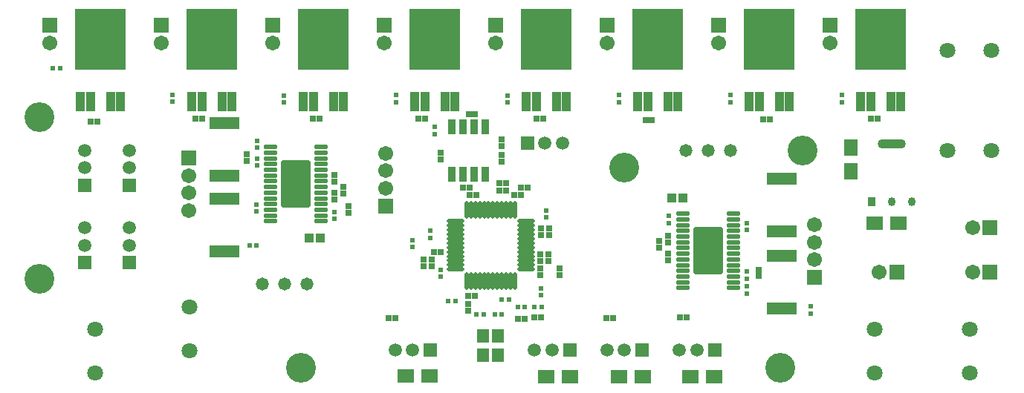
<source format=gts>
G04*
G04 #@! TF.GenerationSoftware,Altium Limited,Altium Designer,23.4.1 (23)*
G04*
G04 Layer_Color=8388736*
%FSLAX44Y44*%
%MOMM*%
G71*
G04*
G04 #@! TF.SameCoordinates,69872263-788E-4E38-85BF-5BAD4D7AD8B8*
G04*
G04*
G04 #@! TF.FilePolarity,Negative*
G04*
G01*
G75*
%ADD21R,0.5200X0.5200*%
%ADD26R,0.5200X0.5200*%
%ADD29R,0.8721X1.0043*%
G04:AMPARAMS|DCode=30|XSize=1.0043mm|YSize=0.8721mm|CornerRadius=0.4361mm|HoleSize=0mm|Usage=FLASHONLY|Rotation=90.000|XOffset=0mm|YOffset=0mm|HoleType=Round|Shape=RoundedRectangle|*
%AMROUNDEDRECTD30*
21,1,1.0043,0.0000,0,0,90.0*
21,1,0.1322,0.8721,0,0,90.0*
1,1,0.8721,0.0000,0.0661*
1,1,0.8721,0.0000,-0.0661*
1,1,0.8721,0.0000,-0.0661*
1,1,0.8721,0.0000,0.0661*
%
%ADD30ROUNDEDRECTD30*%
G04:AMPARAMS|DCode=31|XSize=1.0043mm|YSize=3.1821mm|CornerRadius=0.4369mm|HoleSize=0mm|Usage=FLASHONLY|Rotation=90.000|XOffset=0mm|YOffset=0mm|HoleType=Round|Shape=RoundedRectangle|*
%AMROUNDEDRECTD31*
21,1,1.0043,2.3084,0,0,90.0*
21,1,0.1306,3.1821,0,0,90.0*
1,1,0.8737,1.1542,0.0653*
1,1,0.8737,1.1542,-0.0653*
1,1,0.8737,-1.1542,-0.0653*
1,1,0.8737,-1.1542,0.0653*
%
%ADD31ROUNDEDRECTD31*%
G04:AMPARAMS|DCode=36|XSize=3.3032mm|YSize=5.3832mm|CornerRadius=0.1481mm|HoleSize=0mm|Usage=FLASHONLY|Rotation=180.000|XOffset=0mm|YOffset=0mm|HoleType=Round|Shape=RoundedRectangle|*
%AMROUNDEDRECTD36*
21,1,3.3032,5.0870,0,0,180.0*
21,1,3.0070,5.3832,0,0,180.0*
1,1,0.2962,-1.5035,2.5435*
1,1,0.2962,1.5035,2.5435*
1,1,0.2962,1.5035,-2.5435*
1,1,0.2962,-1.5035,-2.5435*
%
%ADD36ROUNDEDRECTD36*%
G04:AMPARAMS|DCode=37|XSize=0.5532mm|YSize=1.4532mm|CornerRadius=0.1524mm|HoleSize=0mm|Usage=FLASHONLY|Rotation=270.000|XOffset=0mm|YOffset=0mm|HoleType=Round|Shape=RoundedRectangle|*
%AMROUNDEDRECTD37*
21,1,0.5532,1.1485,0,0,270.0*
21,1,0.2485,1.4532,0,0,270.0*
1,1,0.3047,-0.5743,-0.1243*
1,1,0.3047,-0.5743,0.1243*
1,1,0.3047,0.5743,0.1243*
1,1,0.3047,0.5743,-0.1243*
%
%ADD37ROUNDEDRECTD37*%
%ADD38O,0.5032X2.0032*%
%ADD39O,2.0032X0.5032*%
%ADD40R,5.8532X7.0032*%
%ADD41R,1.0532X2.2532*%
%ADD42R,0.6532X0.7032*%
%ADD43R,0.7032X0.6532*%
%ADD44R,1.0532X1.1032*%
%ADD45R,1.4032X1.6032*%
%ADD46R,1.5032X1.9032*%
%ADD47R,1.9032X1.5032*%
%ADD48R,3.5032X1.4532*%
%ADD49R,0.8532X1.7282*%
%ADD50C,1.8032*%
%ADD51C,1.4722*%
%ADD52C,1.5032*%
%ADD53R,1.5032X1.5032*%
%ADD54R,1.5032X1.5032*%
%ADD55C,1.7032*%
%ADD56R,1.7032X1.7032*%
%ADD57C,3.4000*%
%ADD58R,1.7032X1.7032*%
D21*
X929640Y127190D02*
D03*
Y119190D02*
D03*
X299071Y288128D02*
D03*
Y296128D02*
D03*
X476003Y194652D02*
D03*
Y202652D02*
D03*
X857250Y150050D02*
D03*
Y142050D02*
D03*
X856803Y167001D02*
D03*
Y159002D02*
D03*
X496570Y213550D02*
D03*
Y205550D02*
D03*
X622300Y147700D02*
D03*
Y139700D02*
D03*
X299073Y308070D02*
D03*
Y316070D02*
D03*
X508000Y161100D02*
D03*
Y169100D02*
D03*
X628650Y236600D02*
D03*
Y228600D02*
D03*
X298347Y235631D02*
D03*
Y243631D02*
D03*
X857250Y222250D02*
D03*
Y214250D02*
D03*
X768350Y222250D02*
D03*
Y230250D02*
D03*
X387350Y234950D02*
D03*
Y226950D02*
D03*
X501650Y331850D02*
D03*
Y323850D02*
D03*
X329768Y359697D02*
D03*
Y367697D02*
D03*
X202774Y368558D02*
D03*
Y360558D02*
D03*
X965200Y368300D02*
D03*
Y360300D02*
D03*
X838200Y368300D02*
D03*
Y360300D02*
D03*
X711200Y368300D02*
D03*
Y360300D02*
D03*
X584430Y367809D02*
D03*
Y359809D02*
D03*
X457200Y368300D02*
D03*
Y360300D02*
D03*
D26*
X596014Y126103D02*
D03*
X604014D02*
D03*
X615040Y126369D02*
D03*
X623040D02*
D03*
X569487Y117975D02*
D03*
X577486D02*
D03*
X549040Y117768D02*
D03*
X557040D02*
D03*
X516700Y133350D02*
D03*
X524700D02*
D03*
X585660Y134620D02*
D03*
X577660D02*
D03*
X298450Y196850D02*
D03*
X290450D02*
D03*
X66488Y398757D02*
D03*
X74488D02*
D03*
D29*
X999450Y246450D02*
D03*
D30*
X1022350D02*
D03*
X1045250D02*
D03*
D31*
X1022350Y312350D02*
D03*
D36*
X812800Y190500D02*
D03*
X342900Y266700D02*
D03*
D37*
X784050Y232750D02*
D03*
Y226250D02*
D03*
Y219750D02*
D03*
Y213250D02*
D03*
Y206750D02*
D03*
Y200250D02*
D03*
Y193750D02*
D03*
Y187250D02*
D03*
Y180750D02*
D03*
Y174250D02*
D03*
Y167750D02*
D03*
Y161250D02*
D03*
Y154750D02*
D03*
Y148250D02*
D03*
X841550Y232750D02*
D03*
Y226250D02*
D03*
Y219750D02*
D03*
Y213250D02*
D03*
Y206750D02*
D03*
Y200250D02*
D03*
Y193750D02*
D03*
Y187250D02*
D03*
Y180750D02*
D03*
Y174250D02*
D03*
Y167750D02*
D03*
Y161250D02*
D03*
Y154750D02*
D03*
Y148250D02*
D03*
X314150Y308950D02*
D03*
Y302450D02*
D03*
Y295950D02*
D03*
Y289450D02*
D03*
Y282950D02*
D03*
Y276450D02*
D03*
Y269950D02*
D03*
Y263450D02*
D03*
Y256950D02*
D03*
Y250450D02*
D03*
Y243950D02*
D03*
Y237450D02*
D03*
Y230950D02*
D03*
Y224450D02*
D03*
X371650Y308950D02*
D03*
Y302450D02*
D03*
Y295950D02*
D03*
Y289450D02*
D03*
Y282950D02*
D03*
Y276450D02*
D03*
Y269950D02*
D03*
Y263450D02*
D03*
Y256950D02*
D03*
Y250450D02*
D03*
Y243950D02*
D03*
Y237450D02*
D03*
Y230950D02*
D03*
Y224450D02*
D03*
D38*
X537650Y156350D02*
D03*
X542650D02*
D03*
X547650D02*
D03*
X552650D02*
D03*
X557650D02*
D03*
X562650D02*
D03*
X567650D02*
D03*
X572650D02*
D03*
X577650D02*
D03*
X582650D02*
D03*
X587650D02*
D03*
X592650D02*
D03*
Y237350D02*
D03*
X587650D02*
D03*
X582650D02*
D03*
X577650D02*
D03*
X572650D02*
D03*
X567650D02*
D03*
X562650D02*
D03*
X557650D02*
D03*
X552650D02*
D03*
X547650D02*
D03*
X542650D02*
D03*
X537650D02*
D03*
D39*
X605650Y169350D02*
D03*
Y174350D02*
D03*
Y179350D02*
D03*
Y184350D02*
D03*
Y189350D02*
D03*
Y194350D02*
D03*
Y199350D02*
D03*
Y204350D02*
D03*
Y209350D02*
D03*
Y214350D02*
D03*
Y219350D02*
D03*
Y224350D02*
D03*
X524650D02*
D03*
Y219350D02*
D03*
Y214350D02*
D03*
Y209350D02*
D03*
Y204350D02*
D03*
Y199350D02*
D03*
Y194350D02*
D03*
Y189350D02*
D03*
Y184350D02*
D03*
Y179350D02*
D03*
Y174350D02*
D03*
Y169350D02*
D03*
D40*
X247650Y431800D02*
D03*
X755650D02*
D03*
X628650D02*
D03*
X1009650D02*
D03*
X882650D02*
D03*
X120650D02*
D03*
X501650D02*
D03*
X374650D02*
D03*
D41*
X270450Y360800D02*
D03*
X259050D02*
D03*
X236250D02*
D03*
X224850D02*
D03*
X778450D02*
D03*
X767050D02*
D03*
X744250D02*
D03*
X732850D02*
D03*
X651450D02*
D03*
X640050D02*
D03*
X617250D02*
D03*
X605850D02*
D03*
X1032450D02*
D03*
X1021050D02*
D03*
X998250D02*
D03*
X986850D02*
D03*
X859850D02*
D03*
X871250D02*
D03*
X894050D02*
D03*
X905450D02*
D03*
X97850D02*
D03*
X109250D02*
D03*
X132050D02*
D03*
X143450D02*
D03*
X478850D02*
D03*
X490250D02*
D03*
X513050D02*
D03*
X524450D02*
D03*
X351850D02*
D03*
X363250D02*
D03*
X386050D02*
D03*
X397450D02*
D03*
D42*
X577850Y299600D02*
D03*
Y292100D02*
D03*
Y317500D02*
D03*
Y310000D02*
D03*
X508000Y302200D02*
D03*
Y294700D02*
D03*
X757226Y194458D02*
D03*
Y201958D02*
D03*
X767288Y187400D02*
D03*
Y179900D02*
D03*
Y200271D02*
D03*
Y207771D02*
D03*
X403089Y241566D02*
D03*
Y234066D02*
D03*
X631392Y216272D02*
D03*
Y208772D02*
D03*
X630847Y186365D02*
D03*
Y178865D02*
D03*
X643890Y170120D02*
D03*
Y162620D02*
D03*
X622396Y208761D02*
D03*
Y216261D02*
D03*
X397397Y263841D02*
D03*
Y256341D02*
D03*
X387350Y269800D02*
D03*
Y277300D02*
D03*
Y256500D02*
D03*
Y249000D02*
D03*
X497840Y180280D02*
D03*
Y172780D02*
D03*
X539270Y122586D02*
D03*
Y130086D02*
D03*
X488472Y172784D02*
D03*
Y180284D02*
D03*
X870129Y161592D02*
D03*
Y169092D02*
D03*
X287020Y300930D02*
D03*
Y293430D02*
D03*
X621910Y186282D02*
D03*
Y178782D02*
D03*
Y170268D02*
D03*
Y162768D02*
D03*
D43*
X748940Y339564D02*
D03*
X741440D02*
D03*
X625152Y341511D02*
D03*
X617652D02*
D03*
X882764Y340805D02*
D03*
X875264D02*
D03*
X1005895Y341181D02*
D03*
X998395D02*
D03*
X539930Y346710D02*
D03*
X547430D02*
D03*
X780550Y114282D02*
D03*
X788050D02*
D03*
X482595Y341148D02*
D03*
X490095D02*
D03*
X607212Y262740D02*
D03*
X599712D02*
D03*
X448672Y113756D02*
D03*
X456172D02*
D03*
X599787Y253875D02*
D03*
X592287D02*
D03*
X116974Y338426D02*
D03*
X109474D02*
D03*
X582870Y267970D02*
D03*
X575370D02*
D03*
X704624Y113483D02*
D03*
X697124D02*
D03*
X547003Y138741D02*
D03*
X539503D02*
D03*
X500679Y188822D02*
D03*
X508179D02*
D03*
X533752Y262544D02*
D03*
X541252D02*
D03*
X603994Y112510D02*
D03*
X596494D02*
D03*
X548740Y253957D02*
D03*
X541240D02*
D03*
X575370Y259080D02*
D03*
X582870D02*
D03*
X370312Y341176D02*
D03*
X362812D02*
D03*
X228783Y341568D02*
D03*
X236283D02*
D03*
X622457Y114282D02*
D03*
X614957D02*
D03*
D44*
X358122Y204999D02*
D03*
X371122D02*
D03*
X771065Y250524D02*
D03*
X784065D02*
D03*
D45*
X556650Y71550D02*
D03*
Y93550D02*
D03*
X573650D02*
D03*
Y71550D02*
D03*
D46*
X975769Y281131D02*
D03*
Y308131D02*
D03*
D47*
X1002500Y222250D02*
D03*
X1029500D02*
D03*
X792892Y46424D02*
D03*
X819892D02*
D03*
X628096Y46645D02*
D03*
X655096D02*
D03*
X711110Y46438D02*
D03*
X738110D02*
D03*
X468536Y47461D02*
D03*
X495536D02*
D03*
D48*
X261620Y336070D02*
D03*
Y276070D02*
D03*
Y189710D02*
D03*
Y249710D02*
D03*
X896620Y272570D02*
D03*
Y212570D02*
D03*
Y124940D02*
D03*
Y184940D02*
D03*
D49*
X520700Y331920D02*
D03*
X533400D02*
D03*
X546100D02*
D03*
X558800D02*
D03*
Y277680D02*
D03*
X546100D02*
D03*
X533400D02*
D03*
X520700D02*
D03*
D50*
X1135379Y304800D02*
D03*
X1085379D02*
D03*
X1111250Y51200D02*
D03*
Y101200D02*
D03*
X222250Y76600D02*
D03*
Y126600D02*
D03*
X114300Y51200D02*
D03*
Y101200D02*
D03*
X1002585Y51200D02*
D03*
Y101200D02*
D03*
X1085849Y419100D02*
D03*
X1135849D02*
D03*
D51*
X787400Y304800D02*
D03*
X812800D02*
D03*
X838200D02*
D03*
X355600Y152400D02*
D03*
X330200D02*
D03*
X304800D02*
D03*
D52*
X153250Y216850D02*
D03*
Y196850D02*
D03*
X102450Y216850D02*
D03*
Y196850D02*
D03*
X153670Y305430D02*
D03*
Y285430D02*
D03*
X102870Y305430D02*
D03*
Y285430D02*
D03*
X780100Y77050D02*
D03*
X800100D02*
D03*
X697550D02*
D03*
X717550D02*
D03*
X635000D02*
D03*
X615000D02*
D03*
X456250D02*
D03*
X476250D02*
D03*
X646779Y313288D02*
D03*
X626779D02*
D03*
D53*
X153250Y176850D02*
D03*
X102450D02*
D03*
X153670Y265430D02*
D03*
X102870D02*
D03*
D54*
X820100Y77050D02*
D03*
X737550D02*
D03*
X655000D02*
D03*
X496250D02*
D03*
X606779Y313288D02*
D03*
D55*
X445770Y301940D02*
D03*
Y261940D02*
D03*
Y281940D02*
D03*
X1007650Y165950D02*
D03*
X221400Y256700D02*
D03*
Y276700D02*
D03*
Y236700D02*
D03*
X934300Y200500D02*
D03*
Y180500D02*
D03*
Y220500D02*
D03*
X1113950Y165950D02*
D03*
X951650Y428150D02*
D03*
X824650D02*
D03*
X1113950Y216750D02*
D03*
X697650Y428150D02*
D03*
X570650D02*
D03*
X62650D02*
D03*
X189650D02*
D03*
X316650D02*
D03*
X443650D02*
D03*
D56*
X445770Y241940D02*
D03*
X221400Y296700D02*
D03*
X934300Y160500D02*
D03*
X951650Y448150D02*
D03*
X824650D02*
D03*
X697650D02*
D03*
X570650D02*
D03*
X62650D02*
D03*
X189650D02*
D03*
X316650D02*
D03*
X443650D02*
D03*
D57*
X717550Y285750D02*
D03*
X895350Y57150D02*
D03*
X920750Y304800D02*
D03*
X50800Y158750D02*
D03*
Y342900D02*
D03*
X349250Y57150D02*
D03*
D58*
X1027650Y165950D02*
D03*
X1133950D02*
D03*
Y216750D02*
D03*
M02*

</source>
